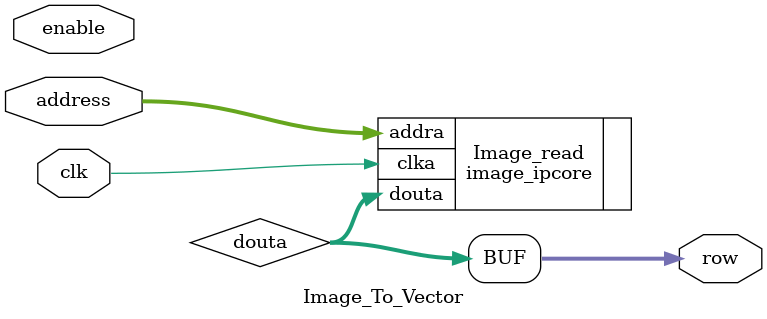
<source format=v>
`timescale 1ns / 1ps
module Image_To_Vector(clk, address, row, enable);

	input clk;
	input[4:0] address;
	input enable;
	output [1023:0] row;
	wire [1023:0] douta;
	
	image_ipcore Image_read (
	  .clka(clk), // input clka
	  .addra(address), // input [4 : 0] addra
	  .douta(douta) // output [1023 : 0] douta
	);
	
	assign row = douta;
	always@(posedge clk)
	begin
		//$display("add - %b" , address);
	end
	
endmodule

</source>
